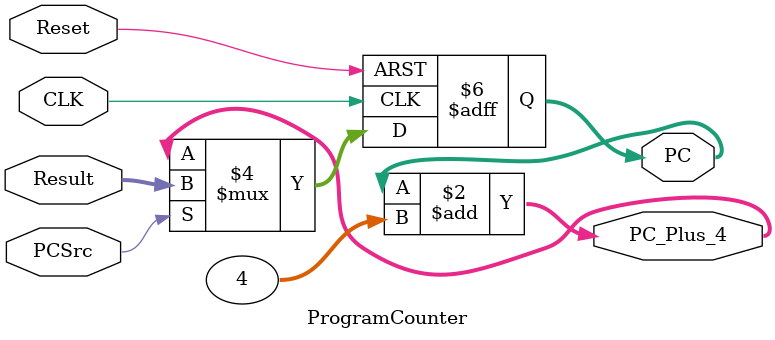
<source format=v>
module ProgramCounter(
    input CLK,
    input Reset,
    input PCSrc,
    input [31:0] Result,
    
    output reg [31:0] PC,
    output [31:0] PC_Plus_4
); 

always @(posedge CLK or posedge Reset)begin
    if(Reset)begin
        PC <= 32'b0;
    end
    else begin
        if( PCSrc )begin
            PC <= Result; //pcsrcÎª1Ê±°Ñresult assign to PC
        end
        else         begin            PC <= PC_Plus_4;        end
    end
end

assign PC_Plus_4 = PC + 32'd4;//connection


endmodule
</source>
